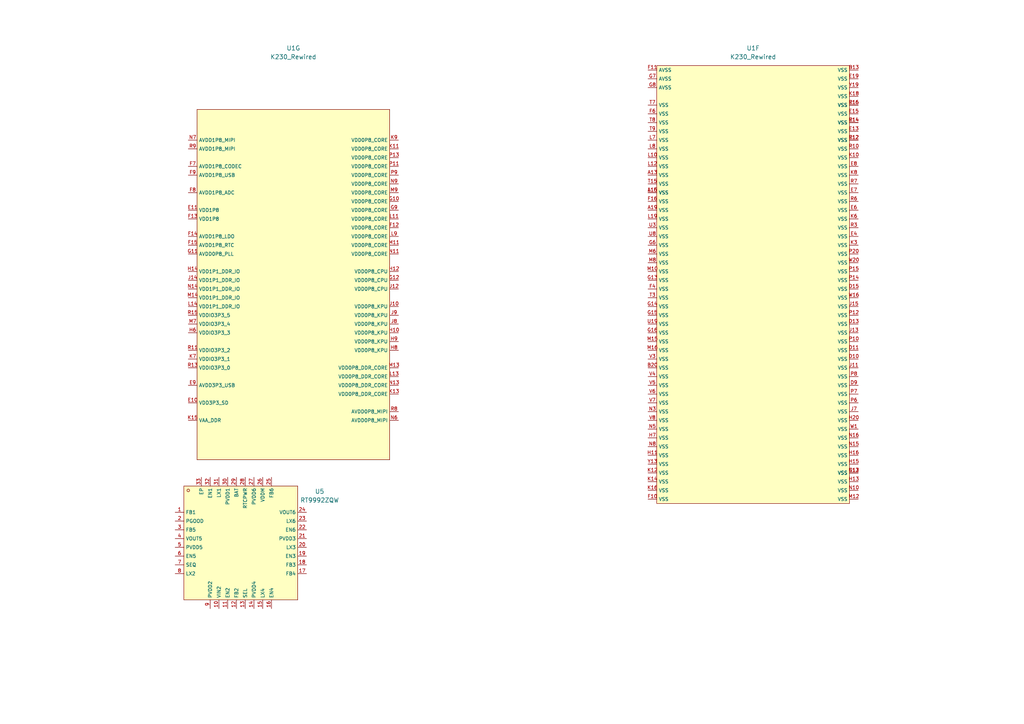
<source format=kicad_sch>
(kicad_sch (version 20250114) (generator "eeschema") (generator_version "9.0")
  (paper "A4")
  (lib_symbols
    (symbol "LCSC:K230_Rewired"
      (symbol "K230_Rewired_1_1"
        (rectangle (start -27.9401 63.5001) (end 27.9401 -63.5001) (fill (type background)))
        (circle (center -26.6701 62.2301) (radius 0.381) (fill (type background)))
        (pin unspecified line (at -30.48 59.69 0) (length 2.54) (name "USB0_TXRTUNE") (number "D4"))
        (pin unspecified line (at -30.48 57.15 0) (length 2.54) (name "USB0_VBUS") (number "C3"))
        (pin unspecified line (at -30.48 54.61 0) (length 2.54) (name "USB0_DP") (number "A2"))
        (pin unspecified line (at -30.48 52.07 0) (length 2.54) (name "USB0_DN") (number "B2"))
        (pin unspecified line (at -30.48 49.53 0) (length 2.54) (name "USB0_ID") (number "D3"))
        (pin unspecified line (at -30.48 44.45 0) (length 2.54) (name "USB1_TXRTUNE") (number "C4"))
        (pin unspecified line (at -30.48 41.91 0) (length 2.54) (name "USB1_VBUS") (number "A3"))
        (pin unspecified line (at -30.48 39.37 0) (length 2.54) (name "USB1_DP") (number "B4"))
        (pin unspecified line (at -30.48 36.83 0) (length 2.54) (name "USB1_DN") (number "A4"))
        (pin unspecified line (at -30.48 34.29 0) (length 2.54) (name "USB1_ID") (number "B3"))
        (pin unspecified line (at -30.48 25.4 0) (length 2.54) (name "CLK24M_XIN") (number "B8"))
        (pin unspecified line (at -30.48 22.86 0) (length 2.54) (name "CLK24M_XOUT") (number "A8"))
        (pin unspecified line (at -30.48 17.78 0) (length 2.54) (name "TEST_EN") (number "A9"))
        (pin unspecified line (at -30.48 -7.62 0) (length 2.54) (name "RSTN") (number "B9"))
        (pin unspecified line (at -30.48 -30.48 0) (length 2.54) (name "CLK32K768_XOUT") (number "A12"))
        (pin unspecified line (at -30.48 -33.02 0) (length 2.54) (name "CLK32K768_XIN") (number "B12"))
        (pin unspecified line (at -30.48 -38.1 0) (length 2.54) (name "INT0") (number "C10"))
        (pin unspecified line (at -30.48 -40.64 0) (length 2.54) (name "INT1") (number "B10"))
        (pin unspecified line (at -30.48 -43.18 0) (length 2.54) (name "INT2") (number "A10"))
        (pin unspecified line (at -30.48 -45.72 0) (length 2.54) (name "INT3") (number "A11"))
        (pin unspecified line (at -30.48 -48.26 0) (length 2.54) (name "INT4") (number "C12"))
        (pin unspecified line (at -30.48 -50.8 0) (length 2.54) (name "INT5") (number "D12"))
        (pin unspecified line (at -30.48 -54.61 0) (length 2.54) (name "OUT0") (number "B11"))
        (pin unspecified line (at -30.48 -57.15 0) (length 2.54) (name "OUT1") (number "C11"))
        (pin unspecified line (at 30.48 29.21 180) (length 2.54) (name "HPOUTR") (number "G2"))
        (pin unspecified line (at 30.48 26.67 180) (length 2.54) (name "HPOUTL") (number "G1"))
        (pin unspecified line (at 30.48 20.32 180) (length 2.54) (name "MIC_BIAS") (number "E3"))
        (pin unspecified line (at 30.48 17.78 180) (length 2.54) (name "MICNL") (number "E2"))
        (pin unspecified line (at 30.48 15.24 180) (length 2.54) (name "MICPL") (number "E1"))
        (pin unspecified line (at 30.48 10.16 180) (length 2.54) (name "CODEC_VCM") (number "F3"))
        (pin unspecified line (at 30.48 7.62 180) (length 2.54) (name "MICNR") (number "F2"))
        (pin unspecified line (at 30.48 5.08 180) (length 2.54) (name "MICPR") (number "F1"))
        (pin unspecified line (at 30.48 -17.78 180) (length 2.54) (name "ANA_TS_VTEST") (number "D8"))
        (pin unspecified line (at 30.48 -58.42 180) (length 2.54) (name "NC") (number "A20"))
      )
      (symbol "K230_Rewired_2_1"
        (rectangle (start -26.6701 64.7701) (end 26.6701 -64.7701) (fill (type background)))
        (circle (center -25.4001 63.5001) (radius 0.381) (fill (type background)))
        (pin unspecified line (at -29.21 62.23 0) (length 2.54) (name "GPIO0") (number "C8"))
        (pin unspecified line (at -29.21 59.69 0) (length 2.54) (name "GPIO1") (number "C9"))
        (pin unspecified line (at -29.21 57.15 0) (length 2.54) (name "GPIO2") (number "W15"))
        (pin unspecified line (at -29.21 54.61 0) (length 2.54) (name "GPIO3") (number "V15"))
        (pin unspecified line (at -29.21 52.07 0) (length 2.54) (name "GPIO4") (number "Y15"))
        (pin unspecified line (at -29.21 49.53 0) (length 2.54) (name "GPIO5") (number "U14"))
        (pin unspecified line (at -29.21 46.99 0) (length 2.54) (name "GPIO6") (number "V14"))
        (pin unspecified line (at -29.21 44.45 0) (length 2.54) (name "GPIO7") (number "W14"))
        (pin unspecified line (at -29.21 41.91 0) (length 2.54) (name "GPIO8") (number "U12"))
        (pin unspecified line (at -29.21 39.37 0) (length 2.54) (name "GPIO9") (number "T13"))
        (pin unspecified line (at -29.21 36.83 0) (length 2.54) (name "GPIO10") (number "U13"))
        (pin unspecified line (at -29.21 34.29 0) (length 2.54) (name "GPIO11") (number "Y14"))
        (pin unspecified line (at -29.21 31.75 0) (length 2.54) (name "GPIO12") (number "V13"))
        (pin unspecified line (at -29.21 29.21 0) (length 2.54) (name "GPIO13") (number "T12"))
        (pin unspecified line (at -29.21 -8.89 0) (length 2.54) (name "GPIO26") (number "U11"))
        (pin unspecified line (at -29.21 -11.43 0) (length 2.54) (name "GPIO27") (number "W13"))
        (pin unspecified line (at -29.21 -13.97 0) (length 2.54) (name "GPIO28") (number "V12"))
        (pin unspecified line (at -29.21 -16.51 0) (length 2.54) (name "GPIO29") (number "V11"))
        (pin unspecified line (at -29.21 -19.05 0) (length 2.54) (name "GPIO30") (number "V10"))
        (pin unspecified line (at -29.21 -21.59 0) (length 2.54) (name "GPIO31") (number "V9"))
        (pin unspecified line (at -29.21 -24.13 0) (length 2.54) (name "GPIO32") (number "U10"))
        (pin unspecified line (at -29.21 -26.67 0) (length 2.54) (name "GPIO33") (number "T11"))
        (pin unspecified line (at -29.21 -29.21 0) (length 2.54) (name "GPIO34") (number "U9"))
        (pin unspecified line (at -29.21 -31.75 0) (length 2.54) (name "GPIO35") (number "W12"))
        (pin unspecified line (at -29.21 -34.29 0) (length 2.54) (name "GPIO36") (number "T10"))
        (pin unspecified line (at -29.21 -36.83 0) (length 2.54) (name "GPIO37") (number "Y12"))
        (pin unspecified line (at -29.21 -39.37 0) (length 2.54) (name "GPIO38") (number "J4"))
        (pin unspecified line (at 29.21 62.23 180) (length 2.54) (name "ADC_0") (number "C2"))
        (pin unspecified line (at 29.21 59.69 180) (length 2.54) (name "ADC_1") (number "D2"))
        (pin unspecified line (at 29.21 57.15 180) (length 2.54) (name "ADC_2") (number "B1"))
        (pin unspecified line (at 29.21 54.61 180) (length 2.54) (name "ADC_3") (number "G3"))
        (pin unspecified line (at 29.21 52.07 180) (length 2.54) (name "ADC_4") (number "C1"))
        (pin unspecified line (at 29.21 49.53 180) (length 2.54) (name "ADC_5") (number "D1"))
        (pin unspecified line (at 29.21 44.45 180) (length 2.54) (name "GPIO63") (number "U15"))
        (pin unspecified line (at 29.21 41.91 180) (length 2.54) (name "GPIO62") (number "T14"))
        (pin unspecified line (at 29.21 39.37 180) (length 2.54) (name "GPIO61") (number "P4"))
        (pin unspecified line (at 29.21 36.83 180) (length 2.54) (name "GPIO60") (number "P5"))
        (pin unspecified line (at 29.21 19.05 180) (length 2.54) (name "GPIO53") (number "N4"))
        (pin unspecified line (at 29.21 16.51 180) (length 2.54) (name "GPIO52") (number "M3"))
        (pin unspecified line (at 29.21 13.97 180) (length 2.54) (name "GPIO51") (number "M4"))
        (pin unspecified line (at 29.21 11.43 180) (length 2.54) (name "GPIO50") (number "M5"))
        (pin unspecified line (at 29.21 8.89 180) (length 2.54) (name "GPIO49") (number "G5"))
        (pin unspecified line (at 29.21 6.35 180) (length 2.54) (name "GPIO48") (number "G4"))
        (pin unspecified line (at 29.21 3.81 180) (length 2.54) (name "GPIO47") (number "H5"))
        (pin unspecified line (at 29.21 1.27 180) (length 2.54) (name "GPIO46") (number "H4"))
        (pin unspecified line (at 29.21 -1.27 180) (length 2.54) (name "GPIO45") (number "H3"))
        (pin unspecified line (at 29.21 -3.81 180) (length 2.54) (name "GPIO44") (number "H2"))
        (pin unspecified line (at 29.21 -6.35 180) (length 2.54) (name "GPIO43") (number "J6"))
        (pin unspecified line (at 29.21 -8.89 180) (length 2.54) (name "GPIO42") (number "H1"))
        (pin unspecified line (at 29.21 -11.43 180) (length 2.54) (name "GPIO41") (number "J1"))
        (pin unspecified line (at 29.21 -13.97 180) (length 2.54) (name "GPIO40") (number "J2"))
        (pin unspecified line (at 29.21 -16.51 180) (length 2.54) (name "GPIO39") (number "J3"))
      )
      (symbol "K230_Rewired_3_1"
        (rectangle (start -27.9401 31.75) (end 27.9401 -19.05) (fill (type background)))
        (circle (center -26.67 30.48) (radius 0.381) (fill (type background)))
        (pin unspecified line (at -30.48 11.43 0) (length 2.54) (name "QSPI_CS") (number "J5"))
        (pin unspecified line (at -30.48 8.89 0) (length 2.54) (name "QSPI_CLK") (number "K1"))
        (pin unspecified line (at -30.48 6.35 0) (length 2.54) (name "QSPI_D0") (number "K2"))
        (pin unspecified line (at -30.48 3.81 0) (length 2.54) (name "QSPI_D1") (number "K4"))
        (pin unspecified line (at -30.48 1.27 0) (length 2.54) (name "QSPI_D2") (number "K5"))
        (pin unspecified line (at -30.48 -1.27 0) (length 2.54) (name "QSPI_D3") (number "L1"))
        (pin unspecified line (at -30.48 -3.81 0) (length 2.54) (name "OSPI_D4") (number "L2"))
        (pin unspecified line (at -30.48 -6.35 0) (length 2.54) (name "OSPI_D5") (number "L3"))
        (pin unspecified line (at -30.48 -8.89 0) (length 2.54) (name "OSPI_D6") (number "L4"))
        (pin unspecified line (at -30.48 -11.43 0) (length 2.54) (name "OSPI_D7") (number "L5"))
        (pin unspecified line (at -30.48 -13.97 0) (length 2.54) (name "OSPI_DQS") (number "L6"))
        (pin unspecified line (at -30.48 -16.51 0) (length 2.54) (name "GPIO25") (number "M1"))
        (pin unspecified line (at 30.48 29.21 180) (length 2.54) (name "SDIO_CMD") (number "M2"))
        (pin unspecified line (at 30.48 26.67 180) (length 2.54) (name "SDIO_CLK") (number "N2"))
        (pin unspecified line (at 30.48 24.13 180) (length 2.54) (name "SDIO_D0") (number "P3"))
        (pin unspecified line (at 30.48 21.59 180) (length 2.54) (name "SDIO_D1") (number "N1"))
        (pin unspecified line (at 30.48 19.05 180) (length 2.54) (name "SDIO_D2") (number "P1"))
        (pin unspecified line (at 30.48 16.51 180) (length 2.54) (name "SDIO_D3") (number "P2"))
        (pin unspecified line (at 30.48 11.43 180) (length 2.54) (name "MMC0_STROBE") (number "B6"))
        (pin unspecified line (at 30.48 8.89 180) (length 2.54) (name "MMC0_RST_N") (number "A6"))
        (pin unspecified line (at 30.48 6.35 180) (length 2.54) (name "MMC0_CMD") (number "D6"))
        (pin unspecified line (at 30.48 3.81 180) (length 2.54) (name "MMC0_CLK") (number "A5"))
        (pin unspecified line (at 30.48 1.27 180) (length 2.54) (name "MMC0_D0") (number "D5"))
        (pin unspecified line (at 30.48 -1.27 180) (length 2.54) (name "MMC0_D1") (number "C5"))
        (pin unspecified line (at 30.48 -3.81 180) (length 2.54) (name "MMC0_D2") (number "B5"))
        (pin unspecified line (at 30.48 -6.35 180) (length 2.54) (name "MMC0_D3") (number "C6"))
        (pin unspecified line (at 30.48 -8.89 180) (length 2.54) (name "MMC0_D4") (number "D7"))
        (pin unspecified line (at 30.48 -11.43 180) (length 2.54) (name "MMC0_D5") (number "A7"))
        (pin unspecified line (at 30.48 -13.97 180) (length 2.54) (name "MMC0_D6") (number "B7"))
        (pin unspecified line (at 30.48 -16.51 180) (length 2.54) (name "MMC0_D7") (number "C7"))
      )
      (symbol "K230_Rewired_4_1"
        (rectangle (start -27.9401 38.1) (end 27.9401 -38.1) (fill (type background)))
        (circle (center -26.6701 36.8301) (radius 0.381) (fill (type background)))
        (text "leave floating\n" (at -17.272 -12.7 0) (effects (font (size 0.635 0.635))))
        (text "200Ω (1%) resistor to ground" (at -12.192 -15.24 0) (effects (font (size 0.635 0.635))))
        (pin unspecified line (at -30.48 17.78 0) (length 2.54) (name "MIPI_TX0_CLK_N") (number "W9"))
        (pin unspecified line (at -30.48 15.24 0) (length 2.54) (name "MIPI_TX0_CLK_P") (number "Y9"))
        (pin unspecified line (at -30.48 12.7 0) (length 2.54) (name "MIPI_TX0_D0_N") (number "Y10"))
        (pin unspecified line (at -30.48 10.16 0) (length 2.54) (name "MIPI_TX0_D0_P") (number "W10"))
        (pin unspecified line (at -30.48 7.62 0) (length 2.54) (name "MIPI_TX0_D1_N") (number "W11"))
        (pin unspecified line (at -30.48 5.08 0) (length 2.54) (name "MIPI_TX0_D1_P") (number "Y11"))
        (pin unspecified line (at -30.48 0 0) (length 2.54) (name "MIPI_TX1_D2_N") (number "Y8"))
        (pin unspecified line (at -30.48 -2.54 0) (length 2.54) (name "MIPI_TX1_D2_P") (number "W8"))
        (pin unspecified line (at -30.48 -5.08 0) (length 2.54) (name "MIPI_TX1_D3_N") (number "W7"))
        (pin unspecified line (at -30.48 -7.62 0) (length 2.54) (name "MIPI_TX1_D3_P") (number "Y7"))
        (pin unspecified line (at -30.48 -12.7 0) (length 2.54) (name "MIPI_ATB") (number "U6"))
        (pin unspecified line (at -30.48 -15.24 0) (length 2.54) (name "MIPI_REXT") (number "U7"))
        (pin unspecified line (at 30.48 31.75 180) (length 2.54) (name "NC") (number "Y20"))
        (pin unspecified line (at 30.48 29.21 180) (length 2.54) (name "NC") (number "Y1"))
        (pin unspecified line (at 30.48 24.13 180) (length 2.54) (name "MIPI_RX0_CLK_N") (number "Y2"))
        (pin unspecified line (at 30.48 21.59 180) (length 2.54) (name "MIPI_RX0_CLK_P") (number "W2"))
        (pin unspecified line (at 30.48 19.05 180) (length 2.54) (name "MIPI_RX0_D0_N") (number "W3"))
        (pin unspecified line (at 30.48 16.51 180) (length 2.54) (name "MIPI_RX0_D0_P") (number "Y3"))
        (pin unspecified line (at 30.48 13.97 180) (length 2.54) (name "MIPI_RX0_D1_N") (number "V1"))
        (pin unspecified line (at 30.48 11.43 180) (length 2.54) (name "MIPI_RX0_D1_P") (number "V2"))
        (pin unspecified line (at 30.48 6.35 180) (length 2.54) (name "MIPI_RX1_CLK_N") (number "W5"))
        (pin unspecified line (at 30.48 3.81 180) (length 2.54) (name "MIPI_RX1_CLK_P") (number "Y5"))
        (pin unspecified line (at 30.48 1.27 180) (length 2.54) (name "MIPI_RX1_D2_N") (number "Y4"))
        (pin unspecified line (at 30.48 -1.27 180) (length 2.54) (name "MIPI_RX1_D2_P") (number "W4"))
        (pin unspecified line (at 30.48 -3.81 180) (length 2.54) (name "MIPI_RX1_D3_N") (number "W6"))
        (pin unspecified line (at 30.48 -6.35 180) (length 2.54) (name "MIPI_RX1_D3_P") (number "Y6"))
        (pin unspecified line (at 30.48 -11.43 180) (length 2.54) (name "MIPI_RX2_CLK_N") (number "R2"))
        (pin unspecified line (at 30.48 -13.97 180) (length 2.54) (name "MIPI_RX2_CLK_P") (number "R1"))
        (pin unspecified line (at 30.48 -16.51 180) (length 2.54) (name "MIPI_RX2_D4_N") (number "T1"))
        (pin unspecified line (at 30.48 -19.05 180) (length 2.54) (name "MIPI_RX2_D4_P") (number "T2"))
        (pin unspecified line (at 30.48 -21.59 180) (length 2.54) (name "MIPI_RX2_D5_N") (number "U2"))
        (pin unspecified line (at 30.48 -24.13 180) (length 2.54) (name "MIPI_RX2_D5_P") (number "U1"))
      )
      (symbol "K230_Rewired_5_1"
        (rectangle (start -27.9401 63.5001) (end 27.9401 -63.5001) (fill (type background)))
        (pin unspecified line (at -30.48 57.15 0) (length 2.54) (name "DDR_ZN") (number "K19"))
        (pin unspecified line (at -30.48 52.07 0) (length 2.54) (name "DDR_CKE1_CKEA1") (number "P18"))
        (pin unspecified line (at -30.48 49.53 0) (length 2.54) (name "DDR_CKE0_CKEA0") (number "N17"))
        (pin unspecified line (at -30.48 46.99 0) (length 2.54) (name "DDR_CKP_CKAP") (number "R19"))
        (pin unspecified line (at -30.48 44.45 0) (length 2.54) (name "DDR_CKN_CKAN") (number "R20"))
        (pin unspecified line (at -30.48 41.91 0) (length 2.54) (name "DDR_DQS3N_DQSA0N") (number "Y17"))
        (pin unspecified line (at -30.48 39.37 0) (length 2.54) (name "DDR_DQS3P_DQSA0P") (number "W17"))
        (pin unspecified line (at -30.48 36.83 0) (length 2.54) (name "DDR_DQS2N_DQSB1N") (number "A15"))
        (pin unspecified line (at -30.48 34.29 0) (length 2.54) (name "DDR_DQS2P_DQSB1P") (number "B15"))
        (pin unspecified line (at -30.48 31.75 0) (length 2.54) (name "DDR_DQS1N_DQSA1N") (number "V19"))
        (pin unspecified line (at -30.48 29.21 0) (length 2.54) (name "DDR_DQS1P_DQSA1P") (number "V20"))
        (pin unspecified line (at -30.48 26.67 0) (length 2.54) (name "DDR_DQS0N_DQSB0N") (number "A18"))
        (pin unspecified line (at -30.48 24.13 0) (length 2.54) (name "DDR_DQS0P_DQSB0P") (number "B18"))
        (pin unspecified line (at -30.48 19.05 0) (length 2.54) (name "DDR_DQ31_DQA0") (number "U16"))
        (pin unspecified line (at -30.48 16.51 0) (length 2.54) (name "DDR_DQ30_DQA1") (number "T16"))
        (pin unspecified line (at -30.48 13.97 0) (length 2.54) (name "DDR_DQ29_DQA7") (number "U17"))
        (pin unspecified line (at -30.48 11.43 0) (length 2.54) (name "DDR_DQ28_DQA6") (number "Y18"))
        (pin unspecified line (at -30.48 8.89 0) (length 2.54) (name "DDR_DQ27_DQA3") (number "Y16"))
        (pin unspecified line (at -30.48 6.35 0) (length 2.54) (name "DDR_DQ26_DQA2") (number "V16"))
        (pin unspecified line (at -30.48 3.81 0) (length 2.54) (name "DDR_DQ25_DQA5") (number "V18"))
        (pin unspecified line (at -30.48 1.27 0) (length 2.54) (name "DDR_DQ24_DQA4") (number "W18"))
        (pin unspecified line (at -30.48 -1.27 0) (length 2.54) (name "DDR_DQ23_DQB15") (number "B16"))
        (pin unspecified line (at -30.48 -3.81 0) (length 2.54) (name "DDR_DQ22_DQB12") (number "B17"))
        (pin unspecified line (at -30.48 -6.35 0) (length 2.54) (name "DDR_DQ21_DQB9") (number "A14"))
        (pin unspecified line (at -30.48 -8.89 0) (length 2.54) (name "DDR_DQ20_DQB8") (number "D14"))
        (pin unspecified line (at -30.48 -11.43 0) (length 2.54) (name "DDR_DQ19_DQB14") (number "A17"))
        (pin unspecified line (at -30.48 -13.97 0) (length 2.54) (name "DDR_DQ18_DQB13") (number "C16"))
        (pin unspecified line (at -30.48 -16.51 0) (length 2.54) (name "DDR_DQ17_DQB10") (number "B14"))
        (pin unspecified line (at -30.48 -19.05 0) (length 2.54) (name "DDR_DQ16_DQB11") (number "C14"))
        (pin unspecified line (at -30.48 -21.59 0) (length 2.54) (name "DDR_DQ15_DQA15") (number "T17"))
        (pin unspecified line (at -30.48 -24.13 0) (length 2.54) (name "DDR_DQ14_DQA13") (number "U18"))
        (pin unspecified line (at -30.48 -26.67 0) (length 2.54) (name "DDR_DQ13_DQA11") (number "U20"))
        (pin unspecified line (at -30.48 -29.21 0) (length 2.54) (name "DDR_DQ12_DQA9") (number "T18"))
        (pin unspecified line (at -30.48 -31.75 0) (length 2.54) (name "DDR_DQ11_DQA12") (number "W19"))
        (pin unspecified line (at -30.48 -34.29 0) (length 2.54) (name "DDR_DQ10_DQA8") (number "R17"))
        (pin unspecified line (at -30.48 -36.83 0) (length 2.54) (name "DDR_DQ9_DQA14") (number "P16"))
        (pin unspecified line (at -30.48 -39.37 0) (length 2.54) (name "DDR_DQ8_DQA10") (number "R18"))
        (pin unspecified line (at -30.48 -41.91 0) (length 2.54) (name "DDR_DQ7_DQB6") (number "C19"))
        (pin unspecified line (at -30.48 -44.45 0) (length 2.54) (name "DDR_DQ6_DQB7") (number "B19"))
        (pin unspecified line (at -30.48 -46.99 0) (length 2.54) (name "DDR_DQ5_DQB3") (number "E17"))
        (pin unspecified line (at -30.48 -49.53 0) (length 2.54) (name "DDR_DQ4_DQB2") (number "E18"))
        (pin unspecified line (at -30.48 -52.07 0) (length 2.54) (name "DDR_DQ3_DQB5") (number "C18"))
        (pin unspecified line (at -30.48 -54.61 0) (length 2.54) (name "DDR_DQ2_DQB0") (number "D17"))
        (pin unspecified line (at -30.48 -57.15 0) (length 2.54) (name "DDR_DQ1_DQB1") (number "D16"))
        (pin unspecified line (at -30.48 -59.69 0) (length 2.54) (name "DDR_DQ0_DQB4") (number "C17"))
        (pin unspecified line (at 30.48 52.07 180) (length 2.54) (name "DDR_NC_CAB0") (number "E20"))
        (pin unspecified line (at 30.48 49.53 180) (length 2.54) (name "DDR_NC_CKBP") (number "G20"))
        (pin unspecified line (at 30.48 46.99 180) (length 2.54) (name "DDR_NC_CAB1") (number "G19"))
        (pin unspecified line (at 30.48 44.45 180) (length 2.54) (name "DDR_NC_CAB2") (number "G18"))
        (pin unspecified line (at 30.48 41.91 180) (length 2.54) (name "DDR_NC_NC") (number "G17"))
        (pin unspecified line (at 30.48 39.37 180) (length 2.54) (name "DDR_NC_CKBN") (number "F20"))
        (pin unspecified line (at 30.48 36.83 180) (length 2.54) (name "DDR_NC_CAB5") (number "F19"))
        (pin unspecified line (at 30.48 34.29 180) (length 2.54) (name "DDR_NC_NC") (number "F18"))
        (pin unspecified line (at 30.48 31.75 180) (length 2.54) (name "DDR_NC_CAB4") (number "F17"))
        (pin unspecified line (at 30.48 29.21 180) (length 2.54) (name "DDR_NC_NC") (number "H19"))
        (pin unspecified line (at 30.48 26.67 180) (length 2.54) (name "DDR_NC_NC") (number "H18"))
        (pin unspecified line (at 30.48 24.13 180) (length 2.54) (name "DDR_NC_CAB3") (number "H17"))
        (pin unspecified line (at 30.48 21.59 180) (length 2.54) (name "DDR_NC_NC") (number "D20"))
        (pin unspecified line (at 30.48 19.05 180) (length 2.54) (name "DDR_NC_NC") (number "D19"))
        (pin unspecified line (at 30.48 16.51 180) (length 2.54) (name "DDR_NC_CSB0") (number "J20"))
        (pin unspecified line (at 30.48 13.97 180) (length 2.54) (name "DDR_NC_CSB1") (number "J19"))
        (pin unspecified line (at 30.48 11.43 180) (length 2.54) (name "DDR_NC_CKEB0") (number "J18"))
        (pin unspecified line (at 30.48 8.89 180) (length 2.54) (name "DDR_NC_CKEB1") (number "J17"))
        (pin unspecified line (at 30.48 6.35 180) (length 2.54) (name "DDR_NC_NC") (number "M17"))
        (pin unspecified line (at 30.48 3.81 180) (length 2.54) (name "DDR_NC_NC") (number "C20"))
        (pin unspecified line (at 30.48 1.27 180) (length 2.54) (name "DDR_NC_NC") (number "N18"))
        (pin unspecified line (at 30.48 -5.08 180) (length 2.54) (name "DDR_CA9_CAA5") (number "P19"))
        (pin unspecified line (at 30.48 -7.62 180) (length 2.54) (name "DDR_CA8_CAA4") (number "M18"))
        (pin unspecified line (at 30.48 -10.16 180) (length 2.54) (name "DDR_CA7_CAA3") (number "N20"))
        (pin unspecified line (at 30.48 -12.7 180) (length 2.54) (name "DDR_CA6_CAA2") (number "N19"))
        (pin unspecified line (at 30.48 -15.24 180) (length 2.54) (name "DDR_CA5_CAA1") (number "L16"))
        (pin unspecified line (at 30.48 -17.78 180) (length 2.54) (name "DDR_CA4_CAA0") (number "M19"))
        (pin unspecified line (at 30.48 -20.32 180) (length 2.54) (name "DDR_CA3_NC") (number "L17"))
        (pin unspecified line (at 30.48 -22.86 180) (length 2.54) (name "DDR_CA2_NA") (number "M20"))
        (pin unspecified line (at 30.48 -25.4 180) (length 2.54) (name "DDR_CA1_NC") (number "L20"))
        (pin unspecified line (at 30.48 -27.94 180) (length 2.54) (name "DDR_CA0_NC") (number "K20"))
        (pin unspecified line (at 30.48 -33.02 180) (length 2.54) (name "DDR_DM0_DMIB0") (number "D18"))
        (pin unspecified line (at 30.48 -35.56 180) (length 2.54) (name "DDR_DM1_DMIA1") (number "P17"))
        (pin unspecified line (at 30.48 -38.1 180) (length 2.54) (name "DDR_DM2_DMIB1") (number "C15"))
        (pin unspecified line (at 30.48 -40.64 180) (length 2.54) (name "DDR_DM3_DMIA0") (number "V17"))
        (pin unspecified line (at 30.48 -44.45 180) (length 2.54) (name "DDR_CS1_CSA1") (number "T19"))
        (pin unspecified line (at 30.48 -46.99 180) (length 2.54) (name "DDR_CS0_CSA0") (number "T20"))
        (pin unspecified line (at 30.48 -52.07 180) (length 2.54) (name "DDR_ODT_NC") (number "L18"))
        (pin unspecified line (at 30.48 -57.15 180) (length 2.54) (name "DDR_RESET") (number "J16"))
        (pin unspecified line (at 30.48 -60.96 180) (length 2.54) (name "DDR_VREF") (number "K17"))
      )
      (symbol "K230_Rewired_6_1"
        (rectangle (start -27.9401 63.5001) (end 27.9401 -63.5001) (fill (type background)))
        (pin unspecified line (at -30.48 62.23 0) (length 2.54) (name "AVSS") (number "F11"))
        (pin unspecified line (at -30.48 59.69 0) (length 2.54) (name "AVSS") (number "G7"))
        (pin unspecified line (at -30.48 57.15 0) (length 2.54) (name "AVSS") (number "G8"))
        (pin unspecified line (at -30.48 52.07 0) (length 2.54) (name "VSS") (number "T7"))
        (pin unspecified line (at -30.48 49.53 0) (length 2.54) (name "VSS") (number "F6"))
        (pin unspecified line (at -30.48 46.99 0) (length 2.54) (name "VSS") (number "T8"))
        (pin unspecified line (at -30.48 44.45 0) (length 2.54) (name "VSS") (number "T9"))
        (pin unspecified line (at -30.48 41.91 0) (length 2.54) (name "VSS") (number "L7"))
        (pin unspecified line (at -30.48 39.37 0) (length 2.54) (name "VSS") (number "L8"))
        (pin unspecified line (at -30.48 36.83 0) (length 2.54) (name "VSS") (number "L10"))
        (pin unspecified line (at -30.48 34.29 0) (length 2.54) (name "VSS") (number "L12"))
        (pin unspecified line (at -30.48 31.75 0) (length 2.54) (name "VSS") (number "A13"))
        (pin unspecified line (at -30.48 29.21 0) (length 2.54) (name "VSS") (number "T15"))
        (pin unspecified line (at -30.48 26.67 0) (length 2.54) (name "VSS") (number "A16"))
        (pin unspecified line (at -30.48 26.67 0) (length 2.54) (name "VSS") (number "L15"))
        (pin unspecified line (at -30.48 24.13 0) (length 2.54) (name "VSS") (number "F16"))
        (pin unspecified line (at -30.48 21.59 0) (length 2.54) (name "VSS") (number "A19"))
        (pin unspecified line (at -30.48 19.05 0) (length 2.54) (name "VSS") (number "L19"))
        (pin unspecified line (at -30.48 16.51 0) (length 2.54) (name "VSS") (number "U3"))
        (pin unspecified line (at -30.48 13.97 0) (length 2.54) (name "VSS") (number "U8"))
        (pin unspecified line (at -30.48 11.43 0) (length 2.54) (name "VSS") (number "G6"))
        (pin unspecified line (at -30.48 8.89 0) (length 2.54) (name "VSS") (number "M6"))
        (pin unspecified line (at -30.48 6.35 0) (length 2.54) (name "VSS") (number "M8"))
        (pin unspecified line (at -30.48 3.81 0) (length 2.54) (name "VSS") (number "M10"))
        (pin unspecified line (at -30.48 1.27 0) (length 2.54) (name "VSS") (number "G13"))
        (pin unspecified line (at -30.48 -1.27 0) (length 2.54) (name "VSS") (number "F4"))
        (pin unspecified line (at -30.48 -3.81 0) (length 2.54) (name "VSS") (number "T3"))
        (pin unspecified line (at -30.48 -6.35 0) (length 2.54) (name "VSS") (number "G14"))
        (pin unspecified line (at -30.48 -8.89 0) (length 2.54) (name "VSS") (number "G15"))
        (pin unspecified line (at -30.48 -11.43 0) (length 2.54) (name "VSS") (number "U19"))
        (pin unspecified line (at -30.48 -13.97 0) (length 2.54) (name "VSS") (number "G16"))
        (pin unspecified line (at -30.48 -16.51 0) (length 2.54) (name "VSS") (number "M15"))
        (pin unspecified line (at -30.48 -19.05 0) (length 2.54) (name "VSS") (number "M16"))
        (pin unspecified line (at -30.48 -21.59 0) (length 2.54) (name "VSS") (number "V3"))
        (pin unspecified line (at -30.48 -24.13 0) (length 2.54) (name "VSS") (number "B20"))
        (pin unspecified line (at -30.48 -26.67 0) (length 2.54) (name "VSS") (number "V4"))
        (pin unspecified line (at -30.48 -29.21 0) (length 2.54) (name "VSS") (number "V5"))
        (pin unspecified line (at -30.48 -31.75 0) (length 2.54) (name "VSS") (number "V6"))
        (pin unspecified line (at -30.48 -34.29 0) (length 2.54) (name "VSS") (number "V7"))
        (pin unspecified line (at -30.48 -36.83 0) (length 2.54) (name "VSS") (number "N3"))
        (pin unspecified line (at -30.48 -39.37 0) (length 2.54) (name "VSS") (number "V8"))
        (pin unspecified line (at -30.48 -41.91 0) (length 2.54) (name "VSS") (number "N5"))
        (pin unspecified line (at -30.48 -44.45 0) (length 2.54) (name "VSS") (number "H7"))
        (pin unspecified line (at -30.48 -46.99 0) (length 2.54) (name "VSS") (number "N8"))
        (pin unspecified line (at -30.48 -49.53 0) (length 2.54) (name "VSS") (number "H11"))
        (pin unspecified line (at -30.48 -52.07 0) (length 2.54) (name "VSS") (number "Y13"))
        (pin unspecified line (at -30.48 -54.61 0) (length 2.54) (name "VSS") (number "K12"))
        (pin unspecified line (at -30.48 -57.15 0) (length 2.54) (name "VSS") (number "K14"))
        (pin unspecified line (at -30.48 -59.69 0) (length 2.54) (name "VSS") (number "K16"))
        (pin unspecified line (at -30.48 -62.23 0) (length 2.54) (name "VSS") (number "F10"))
        (pin unspecified line (at 30.48 62.23 180) (length 2.54) (name "VSS") (number "B13"))
        (pin unspecified line (at 30.48 59.69 180) (length 2.54) (name "VSS") (number "E19"))
        (pin unspecified line (at 30.48 57.15 180) (length 2.54) (name "VSS") (number "Y19"))
        (pin unspecified line (at 30.48 54.61 180) (length 2.54) (name "VSS") (number "K18"))
        (pin unspecified line (at 30.48 52.07 180) (length 2.54) (name "VSS") (number "E16"))
        (pin unspecified line (at 30.48 52.07 180) (length 2.54) (name "VSS") (number "R16"))
        (pin unspecified line (at 30.48 49.53 180) (length 2.54) (name "VSS") (number "E15"))
        (pin unspecified line (at 30.48 46.99 180) (length 2.54) (name "VSS") (number "E14"))
        (pin unspecified line (at 30.48 46.99 180) (length 2.54) (name "VSS") (number "R14"))
        (pin unspecified line (at 30.48 44.45 180) (length 2.54) (name "VSS") (number "E13"))
        (pin unspecified line (at 30.48 41.91 180) (length 2.54) (name "VSS") (number "E12"))
        (pin unspecified line (at 30.48 41.91 180) (length 2.54) (name "VSS") (number "R12"))
        (pin unspecified line (at 30.48 39.37 180) (length 2.54) (name "VSS") (number "R10"))
        (pin unspecified line (at 30.48 36.83 180) (length 2.54) (name "VSS") (number "K10"))
        (pin unspecified line (at 30.48 34.29 180) (length 2.54) (name "VSS") (number "E8"))
        (pin unspecified line (at 30.48 31.75 180) (length 2.54) (name "VSS") (number "K8"))
        (pin unspecified line (at 30.48 29.21 180) (length 2.54) (name "VSS") (number "R7"))
        (pin unspecified line (at 30.48 26.67 180) (length 2.54) (name "VSS") (number "E7"))
        (pin unspecified line (at 30.48 24.13 180) (length 2.54) (name "VSS") (number "R6"))
        (pin unspecified line (at 30.48 21.59 180) (length 2.54) (name "VSS") (number "E6"))
        (pin unspecified line (at 30.48 19.05 180) (length 2.54) (name "VSS") (number "K6"))
        (pin unspecified line (at 30.48 16.51 180) (length 2.54) (name "VSS") (number "R3"))
        (pin unspecified line (at 30.48 13.97 180) (length 2.54) (name "VSS") (number "E4"))
        (pin unspecified line (at 30.48 11.43 180) (length 2.54) (name "VSS") (number "K3"))
        (pin unspecified line (at 30.48 8.89 180) (length 2.54) (name "VSS") (number "P20"))
        (pin unspecified line (at 30.48 6.35 180) (length 2.54) (name "VSS") (number "W20"))
        (pin unspecified line (at 30.48 3.81 180) (length 2.54) (name "VSS") (number "P15"))
        (pin unspecified line (at 30.48 1.27 180) (length 2.54) (name "VSS") (number "P14"))
        (pin unspecified line (at 30.48 -1.27 180) (length 2.54) (name "VSS") (number "D15"))
        (pin unspecified line (at 30.48 -3.81 180) (length 2.54) (name "VSS") (number "W16"))
        (pin unspecified line (at 30.48 -6.35 180) (length 2.54) (name "VSS") (number "J15"))
        (pin unspecified line (at 30.48 -8.89 180) (length 2.54) (name "VSS") (number "P12"))
        (pin unspecified line (at 30.48 -11.43 180) (length 2.54) (name "VSS") (number "D13"))
        (pin unspecified line (at 30.48 -13.97 180) (length 2.54) (name "VSS") (number "J13"))
        (pin unspecified line (at 30.48 -16.51 180) (length 2.54) (name "VSS") (number "P10"))
        (pin unspecified line (at 30.48 -19.05 180) (length 2.54) (name "VSS") (number "D11"))
        (pin unspecified line (at 30.48 -21.59 180) (length 2.54) (name "VSS") (number "D10"))
        (pin unspecified line (at 30.48 -24.13 180) (length 2.54) (name "VSS") (number "J11"))
        (pin unspecified line (at 30.48 -26.67 180) (length 2.54) (name "VSS") (number "P8"))
        (pin unspecified line (at 30.48 -29.21 180) (length 2.54) (name "VSS") (number "D9"))
        (pin unspecified line (at 30.48 -31.75 180) (length 2.54) (name "VSS") (number "P7"))
        (pin unspecified line (at 30.48 -34.29 180) (length 2.54) (name "VSS") (number "P6"))
        (pin unspecified line (at 30.48 -36.83 180) (length 2.54) (name "VSS") (number "J7"))
        (pin unspecified line (at 30.48 -39.37 180) (length 2.54) (name "VSS") (number "H20"))
        (pin unspecified line (at 30.48 -41.91 180) (length 2.54) (name "VSS") (number "W1"))
        (pin unspecified line (at 30.48 -44.45 180) (length 2.54) (name "VSS") (number "N16"))
        (pin unspecified line (at 30.48 -46.99 180) (length 2.54) (name "VSS") (number "N15"))
        (pin unspecified line (at 30.48 -49.53 180) (length 2.54) (name "VSS") (number "H16"))
        (pin unspecified line (at 30.48 -52.07 180) (length 2.54) (name "VSS") (number "H15"))
        (pin unspecified line (at 30.48 -54.61 180) (length 2.54) (name "VSS") (number "C13"))
        (pin unspecified line (at 30.48 -54.61 180) (length 2.54) (name "VSS") (number "N12"))
        (pin unspecified line (at 30.48 -57.15 180) (length 2.54) (name "VSS") (number "H13"))
        (pin unspecified line (at 30.48 -59.69 180) (length 2.54) (name "VSS") (number "N10"))
        (pin unspecified line (at 30.48 -62.23 180) (length 2.54) (name "VSS") (number "M12"))
      )
      (symbol "K230_Rewired_7_1"
        (rectangle (start -27.9401 50.8) (end 27.9401 -50.8) (fill (type background)))
        (pin unspecified line (at -30.48 41.91 0) (length 2.54) (name "AVDD1P8_MIPI") (number "N7"))
        (pin unspecified line (at -30.48 39.37 0) (length 2.54) (name "AVDD1P8_MIPI") (number "R9"))
        (pin unspecified line (at -30.48 34.29 0) (length 2.54) (name "AVDD1P8_CODEC") (number "F7"))
        (pin unspecified line (at -30.48 31.75 0) (length 2.54) (name "AVDD1P8_USB") (number "F9"))
        (pin unspecified line (at -30.48 26.67 0) (length 2.54) (name "AVDD1P8_ADC") (number "F8"))
        (pin unspecified line (at -30.48 21.59 0) (length 2.54) (name "VDD1P8") (number "E11"))
        (pin unspecified line (at -30.48 19.05 0) (length 2.54) (name "VDD1P8") (number "F13"))
        (pin unspecified line (at -30.48 13.97 0) (length 2.54) (name "AVDD1P8_LDO") (number "F14"))
        (pin unspecified line (at -30.48 11.43 0) (length 2.54) (name "AVDD1P8_RTC") (number "F15"))
        (pin unspecified line (at -30.48 8.89 0) (length 2.54) (name "AVDD0P8_PLL") (number "G11"))
        (pin unspecified line (at -30.48 3.81 0) (length 2.54) (name "VDD1P1_DDR_IO") (number "H14"))
        (pin unspecified line (at -30.48 1.27 0) (length 2.54) (name "VDD1P1_DDR_IO") (number "J14"))
        (pin unspecified line (at -30.48 -1.27 0) (length 2.54) (name "VDD1P1_DDR_IO") (number "N14"))
        (pin unspecified line (at -30.48 -3.81 0) (length 2.54) (name "VDD1P1_DDR_IO") (number "M14"))
        (pin unspecified line (at -30.48 -6.35 0) (length 2.54) (name "VDD1P1_DDR_IO") (number "L14"))
        (pin unspecified line (at -30.48 -8.89 0) (length 2.54) (name "VDDIO3P3_5") (number "R15"))
        (pin unspecified line (at -30.48 -11.43 0) (length 2.54) (name "VDDIO3P3_4") (number "M7"))
        (pin unspecified line (at -30.48 -13.97 0) (length 2.54) (name "VDDIO3P3_3") (number "H6"))
        (pin unspecified line (at -30.48 -19.05 0) (length 2.54) (name "VDDIO3P3_2") (number "R11"))
        (pin unspecified line (at -30.48 -21.59 0) (length 2.54) (name "VDDIO3P3_1") (number "K7"))
        (pin unspecified line (at -30.48 -24.13 0) (length 2.54) (name "VDDIO3P3_0") (number "R13"))
        (pin unspecified line (at -30.48 -29.21 0) (length 2.54) (name "AVDD3P3_USB") (number "E9"))
        (pin unspecified line (at -30.48 -34.29 0) (length 2.54) (name "VDD3P3_SD") (number "E10"))
        (pin unspecified line (at -30.48 -39.37 0) (length 2.54) (name "VAA_DDR") (number "K15"))
        (pin unspecified line (at 30.48 41.91 180) (length 2.54) (name "VDD0P8_CORE") (number "K9"))
        (pin unspecified line (at 30.48 39.37 180) (length 2.54) (name "VDD0P8_CORE") (number "K11"))
        (pin unspecified line (at 30.48 36.83 180) (length 2.54) (name "VDD0P8_CORE") (number "P13"))
        (pin unspecified line (at 30.48 34.29 180) (length 2.54) (name "VDD0P8_CORE") (number "P11"))
        (pin unspecified line (at 30.48 31.75 180) (length 2.54) (name "VDD0P8_CORE") (number "P9"))
        (pin unspecified line (at 30.48 29.21 180) (length 2.54) (name "VDD0P8_CORE") (number "N9"))
        (pin unspecified line (at 30.48 26.67 180) (length 2.54) (name "VDD0P8_CORE") (number "M9"))
        (pin unspecified line (at 30.48 24.13 180) (length 2.54) (name "VDD0P8_CORE") (number "G10"))
        (pin unspecified line (at 30.48 21.59 180) (length 2.54) (name "VDD0P8_CORE") (number "G9"))
        (pin unspecified line (at 30.48 19.05 180) (length 2.54) (name "VDD0P8_CORE") (number "L11"))
        (pin unspecified line (at 30.48 16.51 180) (length 2.54) (name "VDD0P8_CORE") (number "F12"))
        (pin unspecified line (at 30.48 13.97 180) (length 2.54) (name "VDD0P8_CORE") (number "L9"))
        (pin unspecified line (at 30.48 11.43 180) (length 2.54) (name "VDD0P8_CORE") (number "M11"))
        (pin unspecified line (at 30.48 8.89 180) (length 2.54) (name "VDD0P8_CORE") (number "N11"))
        (pin unspecified line (at 30.48 3.81 180) (length 2.54) (name "VDD0P8_CPU") (number "H12"))
        (pin unspecified line (at 30.48 1.27 180) (length 2.54) (name "VDD0P8_CPU") (number "G12"))
        (pin unspecified line (at 30.48 -1.27 180) (length 2.54) (name "VDD0P8_CPU") (number "J12"))
        (pin unspecified line (at 30.48 -6.35 180) (length 2.54) (name "VDD0P8_KPU") (number "J10"))
        (pin unspecified line (at 30.48 -8.89 180) (length 2.54) (name "VDD0P8_KPU") (number "J9"))
        (pin unspecified line (at 30.48 -11.43 180) (length 2.54) (name "VDD0P8_KPU") (number "J8"))
        (pin unspecified line (at 30.48 -13.97 180) (length 2.54) (name "VDD0P8_KPU") (number "H10"))
        (pin unspecified line (at 30.48 -16.51 180) (length 2.54) (name "VDD0P8_KPU") (number "H9"))
        (pin unspecified line (at 30.48 -19.05 180) (length 2.54) (name "VDD0P8_KPU") (number "H8"))
        (pin unspecified line (at 30.48 -24.13 180) (length 2.54) (name "VDD0P8_DDR_CORE") (number "M13"))
        (pin unspecified line (at 30.48 -26.67 180) (length 2.54) (name "VDD0P8_DDR_CORE") (number "L13"))
        (pin unspecified line (at 30.48 -29.21 180) (length 2.54) (name "VDD0P8_DDR_CORE") (number "N13"))
        (pin unspecified line (at 30.48 -31.75 180) (length 2.54) (name "VDD0P8_DDR_CORE") (number "K13"))
        (pin unspecified line (at 30.48 -36.83 180) (length 2.54) (name "AVDD0P8_MIPI") (number "R8"))
        (pin unspecified line (at 30.48 -39.37 180) (length 2.54) (name "AVDD0P8_MIPI") (number "N6"))
      )
    )
    (symbol "LCSC:RT9992ZQW"
      (property "Reference" "U" (at 0 1.27 0))
      (property "Value" "RT9992ZQW" (at 0 -2.54 0))
      (symbol "RT9992ZQW_0_1"
        (rectangle (start -16.51 16.51) (end 16.51 -16.51) (fill (type background)))
        (circle (center -15.24 15.24) (radius 0.381) (fill (type background)))
        (pin unspecified line (at -19.05 8.89 0) (length 2.54) (name "FB1") (number "1"))
        (pin unspecified line (at -19.05 6.35 0) (length 2.54) (name "PGOOD") (number "2"))
        (pin unspecified line (at -19.05 3.81 0) (length 2.54) (name "FB5") (number "3"))
        (pin unspecified line (at -19.05 1.27 0) (length 2.54) (name "VOUT5") (number "4"))
        (pin unspecified line (at -19.05 -1.27 0) (length 2.54) (name "PVDD5") (number "5"))
        (pin unspecified line (at -19.05 -3.81 0) (length 2.54) (name "EN5") (number "6"))
        (pin unspecified line (at -19.05 -6.35 0) (length 2.54) (name "SEQ") (number "7"))
        (pin unspecified line (at -19.05 -8.89 0) (length 2.54) (name "LX2") (number "8"))
        (pin unspecified line (at -11.43 19.05 270) (length 2.54) (name "EP") (number "33"))
        (pin unspecified line (at -8.89 19.05 270) (length 2.54) (name "EN1") (number "32"))
        (pin unspecified line (at -8.89 -19.05 90) (length 2.54) (name "PVDD2") (number "9"))
        (pin unspecified line (at -6.35 19.05 270) (length 2.54) (name "LX1") (number "31"))
        (pin unspecified line (at -6.35 -19.05 90) (length 2.54) (name "VIN2") (number "10"))
        (pin unspecified line (at -3.81 19.05 270) (length 2.54) (name "PVDD1") (number "30"))
        (pin unspecified line (at -3.81 -19.05 90) (length 2.54) (name "EN2") (number "11"))
        (pin unspecified line (at -1.27 19.05 270) (length 2.54) (name "BAT") (number "29"))
        (pin unspecified line (at -1.27 -19.05 90) (length 2.54) (name "FB2") (number "12"))
        (pin unspecified line (at 1.27 19.05 270) (length 2.54) (name "RTCPWR") (number "28"))
        (pin unspecified line (at 1.27 -19.05 90) (length 2.54) (name "SEL") (number "13"))
        (pin unspecified line (at 3.81 19.05 270) (length 2.54) (name "PVDD6") (number "27"))
        (pin unspecified line (at 3.81 -19.05 90) (length 2.54) (name "PVDD4") (number "14"))
        (pin unspecified line (at 6.35 19.05 270) (length 2.54) (name "VDDM") (number "26"))
        (pin unspecified line (at 6.35 -19.05 90) (length 2.54) (name "LX4") (number "15"))
        (pin unspecified line (at 8.89 19.05 270) (length 2.54) (name "FB6") (number "25"))
        (pin unspecified line (at 8.89 -19.05 90) (length 2.54) (name "EN4") (number "16"))
        (pin unspecified line (at 19.05 8.89 180) (length 2.54) (name "VOUT6") (number "24"))
        (pin unspecified line (at 19.05 6.35 180) (length 2.54) (name "LX6") (number "23"))
        (pin unspecified line (at 19.05 3.81 180) (length 2.54) (name "EN6") (number "22"))
        (pin unspecified line (at 19.05 1.27 180) (length 2.54) (name "PVDD3") (number "21"))
        (pin unspecified line (at 19.05 -1.27 180) (length 2.54) (name "LX3") (number "20"))
        (pin unspecified line (at 19.05 -3.81 180) (length 2.54) (name "EN3") (number "19"))
        (pin unspecified line (at 19.05 -6.35 180) (length 2.54) (name "FB3") (number "18"))
        (pin unspecified line (at 19.05 -8.89 180) (length 2.54) (name "FB4") (number "17"))
      )
    )
  )
  (symbol (lib_id "LCSC:K230_Rewired") (at 85.09 82.55 0) (unit 7)
    (property "Reference" "U1" (at 85.09 13.97 0))
    (property "Value" "K230_Rewired" (at 85.09 16.51 0))
    (property "Footprint" "footprints:BGA-390_L13.0-W13.0-P0.65-TL_C9900054646" (effects (hide yes)))
    (property "Datasheet" "https://img.jlc.com/pdf/applyPasteComponent/2023-07-28/443236C/ff66d85831064c6c99f6af001cc66cad/K230_UnSiP_PO-ABGADD0X22-A.pdf" (effects (hide yes)))
    (property "LCSC" "C21264502" (effects (hide yes)))
  )
  (symbol (lib_id "LCSC:RT9992ZQW") (at 69.85 157.48 0) (unit 1)
    (property "Reference" "U5" (at 92.71 142.5412 0))
    (property "Value" "RT9992ZQW" (at 92.71 145.0812 0))
    (property "Footprint" "Package_DFN_QFN:Texas_RSN_WQFN-32-1EP_4x4mm_P0.4mm_EP2.8x2.8mm" (effects (hide yes)))
    (property "Datasheet" "https://img.jlc.com/pdf/applyPasteComponent/2022-05-19/21301K/e4e553a1521740f9b68dadda13189fcd/CT5302_V12.PDF" (effects (hide yes)))
    (property "LCSC" "C130848" (effects (hide yes)))
  )
  (symbol (lib_id "LCSC:K230_Rewired") (at 218.44 82.55 0) (unit 6)
    (property "Reference" "U1" (at 218.44 13.97 0))
    (property "Value" "K230_Rewired" (at 218.44 16.51 0))
    (property "Footprint" "footprints:BGA-390_L13.0-W13.0-P0.65-TL_C9900054646" (effects (hide yes)))
    (property "Datasheet" "https://img.jlc.com/pdf/applyPasteComponent/2023-07-28/443236C/ff66d85831064c6c99f6af001cc66cad/K230_UnSiP_PO-ABGADD0X22-A.pdf" (effects (hide yes)))
    (property "LCSC" "C21264502" (effects (hide yes)))
  )
)
</source>
